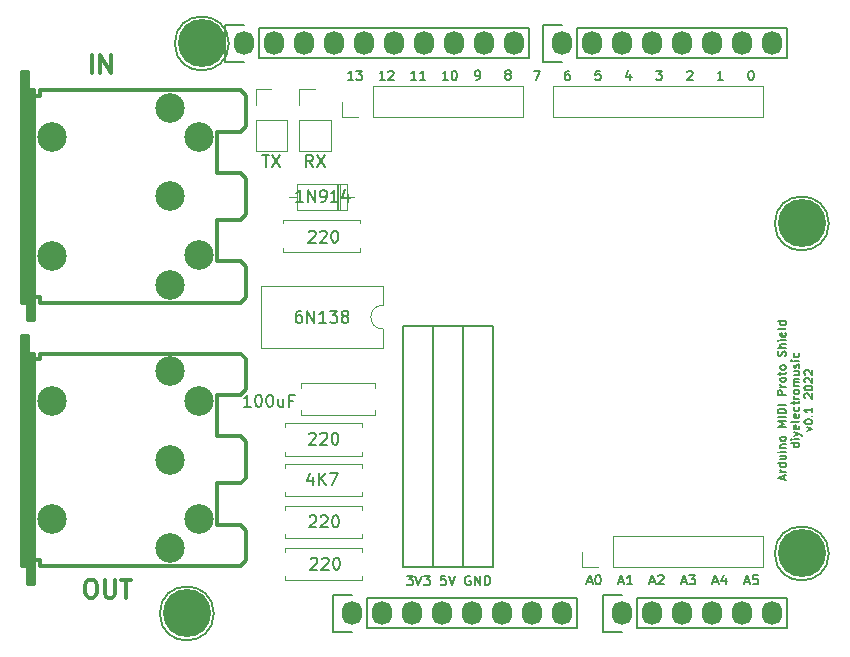
<source format=gbr>
%TF.GenerationSoftware,KiCad,Pcbnew,(6.0.5)*%
%TF.CreationDate,2022-08-29T17:14:51+01:00*%
%TF.ProjectId,ArduinoMIDIProtoShield,41726475-696e-46f4-9d49-444950726f74,rev?*%
%TF.SameCoordinates,Original*%
%TF.FileFunction,Legend,Top*%
%TF.FilePolarity,Positive*%
%FSLAX46Y46*%
G04 Gerber Fmt 4.6, Leading zero omitted, Abs format (unit mm)*
G04 Created by KiCad (PCBNEW (6.0.5)) date 2022-08-29 17:14:51*
%MOMM*%
%LPD*%
G01*
G04 APERTURE LIST*
%ADD10C,0.150000*%
%ADD11C,0.304800*%
%ADD12C,0.120000*%
%ADD13O,1.727200X2.032000*%
%ADD14C,4.064000*%
%ADD15C,2.499360*%
G04 APERTURE END LIST*
D10*
X143256000Y-119913400D02*
X145846800Y-119913400D01*
X145846800Y-119913400D02*
X145846800Y-99491800D01*
X145846800Y-99491800D02*
X143256000Y-99491800D01*
X143256000Y-99491800D02*
X143256000Y-119913400D01*
X145821400Y-119913400D02*
X148361400Y-119913400D01*
X148361400Y-119913400D02*
X148361400Y-99491800D01*
X148361400Y-99491800D02*
X145821400Y-99491800D01*
X145821400Y-99491800D02*
X145821400Y-119913400D01*
X148361400Y-119913400D02*
X150901400Y-119913400D01*
X150901400Y-119913400D02*
X150901400Y-99491800D01*
X150901400Y-99491800D02*
X148361400Y-99491800D01*
X148361400Y-99491800D02*
X148361400Y-119913400D01*
X158877904Y-121138933D02*
X159258857Y-121138933D01*
X158801714Y-121367504D02*
X159068380Y-120567504D01*
X159335047Y-121367504D01*
X159754095Y-120567504D02*
X159830285Y-120567504D01*
X159906476Y-120605600D01*
X159944571Y-120643695D01*
X159982666Y-120719885D01*
X160020761Y-120872266D01*
X160020761Y-121062742D01*
X159982666Y-121215123D01*
X159944571Y-121291314D01*
X159906476Y-121329409D01*
X159830285Y-121367504D01*
X159754095Y-121367504D01*
X159677904Y-121329409D01*
X159639809Y-121291314D01*
X159601714Y-121215123D01*
X159563619Y-121062742D01*
X159563619Y-120872266D01*
X159601714Y-120719885D01*
X159639809Y-120643695D01*
X159677904Y-120605600D01*
X159754095Y-120567504D01*
X161544571Y-121138933D02*
X161925523Y-121138933D01*
X161468380Y-121367504D02*
X161735047Y-120567504D01*
X162001714Y-121367504D01*
X162687428Y-121367504D02*
X162230285Y-121367504D01*
X162458857Y-121367504D02*
X162458857Y-120567504D01*
X162382666Y-120681790D01*
X162306476Y-120757980D01*
X162230285Y-120796076D01*
X164211238Y-121138933D02*
X164592190Y-121138933D01*
X164135047Y-121367504D02*
X164401714Y-120567504D01*
X164668380Y-121367504D01*
X164896952Y-120643695D02*
X164935047Y-120605600D01*
X165011238Y-120567504D01*
X165201714Y-120567504D01*
X165277904Y-120605600D01*
X165316000Y-120643695D01*
X165354095Y-120719885D01*
X165354095Y-120796076D01*
X165316000Y-120910361D01*
X164858857Y-121367504D01*
X165354095Y-121367504D01*
X166877904Y-121138933D02*
X167258857Y-121138933D01*
X166801714Y-121367504D02*
X167068380Y-120567504D01*
X167335047Y-121367504D01*
X167525523Y-120567504D02*
X168020761Y-120567504D01*
X167754095Y-120872266D01*
X167868380Y-120872266D01*
X167944571Y-120910361D01*
X167982666Y-120948457D01*
X168020761Y-121024647D01*
X168020761Y-121215123D01*
X167982666Y-121291314D01*
X167944571Y-121329409D01*
X167868380Y-121367504D01*
X167639809Y-121367504D01*
X167563619Y-121329409D01*
X167525523Y-121291314D01*
X169544571Y-121138933D02*
X169925523Y-121138933D01*
X169468380Y-121367504D02*
X169735047Y-120567504D01*
X170001714Y-121367504D01*
X170611238Y-120834171D02*
X170611238Y-121367504D01*
X170420761Y-120529409D02*
X170230285Y-121100838D01*
X170725523Y-121100838D01*
X172211238Y-121138933D02*
X172592190Y-121138933D01*
X172135047Y-121367504D02*
X172401714Y-120567504D01*
X172668380Y-121367504D01*
X173316000Y-120567504D02*
X172935047Y-120567504D01*
X172896952Y-120948457D01*
X172935047Y-120910361D01*
X173011238Y-120872266D01*
X173201714Y-120872266D01*
X173277904Y-120910361D01*
X173316000Y-120948457D01*
X173354095Y-121024647D01*
X173354095Y-121215123D01*
X173316000Y-121291314D01*
X173277904Y-121329409D01*
X173201714Y-121367504D01*
X173011238Y-121367504D01*
X172935047Y-121329409D01*
X172896952Y-121291314D01*
X154344266Y-77870104D02*
X154877600Y-77870104D01*
X154534742Y-78670104D01*
X157353790Y-77870104D02*
X157201409Y-77870104D01*
X157125219Y-77908200D01*
X157087123Y-77946295D01*
X157010933Y-78060580D01*
X156972838Y-78212961D01*
X156972838Y-78517723D01*
X157010933Y-78593914D01*
X157049028Y-78632009D01*
X157125219Y-78670104D01*
X157277600Y-78670104D01*
X157353790Y-78632009D01*
X157391885Y-78593914D01*
X157429980Y-78517723D01*
X157429980Y-78327247D01*
X157391885Y-78251057D01*
X157353790Y-78212961D01*
X157277600Y-78174866D01*
X157125219Y-78174866D01*
X157049028Y-78212961D01*
X157010933Y-78251057D01*
X156972838Y-78327247D01*
X159982361Y-77870104D02*
X159601409Y-77870104D01*
X159563314Y-78251057D01*
X159601409Y-78212961D01*
X159677600Y-78174866D01*
X159868076Y-78174866D01*
X159944266Y-78212961D01*
X159982361Y-78251057D01*
X160020457Y-78327247D01*
X160020457Y-78517723D01*
X159982361Y-78593914D01*
X159944266Y-78632009D01*
X159868076Y-78670104D01*
X159677600Y-78670104D01*
X159601409Y-78632009D01*
X159563314Y-78593914D01*
X162534742Y-78136771D02*
X162534742Y-78670104D01*
X162344266Y-77832009D02*
X162153790Y-78403438D01*
X162649028Y-78403438D01*
X164706171Y-77870104D02*
X165201409Y-77870104D01*
X164934742Y-78174866D01*
X165049028Y-78174866D01*
X165125219Y-78212961D01*
X165163314Y-78251057D01*
X165201409Y-78327247D01*
X165201409Y-78517723D01*
X165163314Y-78593914D01*
X165125219Y-78632009D01*
X165049028Y-78670104D01*
X164820457Y-78670104D01*
X164744266Y-78632009D01*
X164706171Y-78593914D01*
X167334742Y-77946295D02*
X167372838Y-77908200D01*
X167449028Y-77870104D01*
X167639504Y-77870104D01*
X167715695Y-77908200D01*
X167753790Y-77946295D01*
X167791885Y-78022485D01*
X167791885Y-78098676D01*
X167753790Y-78212961D01*
X167296647Y-78670104D01*
X167791885Y-78670104D01*
X170382361Y-78670104D02*
X169925219Y-78670104D01*
X170153790Y-78670104D02*
X170153790Y-77870104D01*
X170077600Y-77984390D01*
X170001409Y-78060580D01*
X169925219Y-78098676D01*
X172706171Y-77870104D02*
X172782361Y-77870104D01*
X172858552Y-77908200D01*
X172896647Y-77946295D01*
X172934742Y-78022485D01*
X172972838Y-78174866D01*
X172972838Y-78365342D01*
X172934742Y-78517723D01*
X172896647Y-78593914D01*
X172858552Y-78632009D01*
X172782361Y-78670104D01*
X172706171Y-78670104D01*
X172629980Y-78632009D01*
X172591885Y-78593914D01*
X172553790Y-78517723D01*
X172515695Y-78365342D01*
X172515695Y-78174866D01*
X172553790Y-78022485D01*
X172591885Y-77946295D01*
X172629980Y-77908200D01*
X172706171Y-77870104D01*
X139070600Y-78670104D02*
X138624885Y-78670104D01*
X138847742Y-78670104D02*
X138847742Y-77870104D01*
X138773457Y-77984390D01*
X138699171Y-78060580D01*
X138624885Y-78098676D01*
X139330600Y-77870104D02*
X139813457Y-77870104D01*
X139553457Y-78174866D01*
X139664885Y-78174866D01*
X139739171Y-78212961D01*
X139776314Y-78251057D01*
X139813457Y-78327247D01*
X139813457Y-78517723D01*
X139776314Y-78593914D01*
X139739171Y-78632009D01*
X139664885Y-78670104D01*
X139442028Y-78670104D01*
X139367742Y-78632009D01*
X139330600Y-78593914D01*
X141744885Y-78670104D02*
X141299171Y-78670104D01*
X141522028Y-78670104D02*
X141522028Y-77870104D01*
X141447742Y-77984390D01*
X141373457Y-78060580D01*
X141299171Y-78098676D01*
X142042028Y-77946295D02*
X142079171Y-77908200D01*
X142153457Y-77870104D01*
X142339171Y-77870104D01*
X142413457Y-77908200D01*
X142450600Y-77946295D01*
X142487742Y-78022485D01*
X142487742Y-78098676D01*
X142450600Y-78212961D01*
X142004885Y-78670104D01*
X142487742Y-78670104D01*
X144419171Y-78670104D02*
X143973457Y-78670104D01*
X144196314Y-78670104D02*
X144196314Y-77870104D01*
X144122028Y-77984390D01*
X144047742Y-78060580D01*
X143973457Y-78098676D01*
X145162028Y-78670104D02*
X144716314Y-78670104D01*
X144939171Y-78670104D02*
X144939171Y-77870104D01*
X144864885Y-77984390D01*
X144790600Y-78060580D01*
X144716314Y-78098676D01*
X147093457Y-78670104D02*
X146647742Y-78670104D01*
X146870600Y-78670104D02*
X146870600Y-77870104D01*
X146796314Y-77984390D01*
X146722028Y-78060580D01*
X146647742Y-78098676D01*
X147576314Y-77870104D02*
X147650600Y-77870104D01*
X147724885Y-77908200D01*
X147762028Y-77946295D01*
X147799171Y-78022485D01*
X147836314Y-78174866D01*
X147836314Y-78365342D01*
X147799171Y-78517723D01*
X147762028Y-78593914D01*
X147724885Y-78632009D01*
X147650600Y-78670104D01*
X147576314Y-78670104D01*
X147502028Y-78632009D01*
X147464885Y-78593914D01*
X147427742Y-78517723D01*
X147390600Y-78365342D01*
X147390600Y-78174866D01*
X147427742Y-78022485D01*
X147464885Y-77946295D01*
X147502028Y-77908200D01*
X147576314Y-77870104D01*
X143599342Y-120643704D02*
X144094580Y-120643704D01*
X143827914Y-120948466D01*
X143942200Y-120948466D01*
X144018390Y-120986561D01*
X144056485Y-121024657D01*
X144094580Y-121100847D01*
X144094580Y-121291323D01*
X144056485Y-121367514D01*
X144018390Y-121405609D01*
X143942200Y-121443704D01*
X143713628Y-121443704D01*
X143637438Y-121405609D01*
X143599342Y-121367514D01*
X144323152Y-120643704D02*
X144589819Y-121443704D01*
X144856485Y-120643704D01*
X145046961Y-120643704D02*
X145542200Y-120643704D01*
X145275533Y-120948466D01*
X145389819Y-120948466D01*
X145466009Y-120986561D01*
X145504104Y-121024657D01*
X145542200Y-121100847D01*
X145542200Y-121291323D01*
X145504104Y-121367514D01*
X145466009Y-121405609D01*
X145389819Y-121443704D01*
X145161247Y-121443704D01*
X145085057Y-121405609D01*
X145046961Y-121367514D01*
X146875533Y-120643704D02*
X146494580Y-120643704D01*
X146456485Y-121024657D01*
X146494580Y-120986561D01*
X146570771Y-120948466D01*
X146761247Y-120948466D01*
X146837438Y-120986561D01*
X146875533Y-121024657D01*
X146913628Y-121100847D01*
X146913628Y-121291323D01*
X146875533Y-121367514D01*
X146837438Y-121405609D01*
X146761247Y-121443704D01*
X146570771Y-121443704D01*
X146494580Y-121405609D01*
X146456485Y-121367514D01*
X147142200Y-120643704D02*
X147408866Y-121443704D01*
X147675533Y-120643704D01*
X148970771Y-120681800D02*
X148894580Y-120643704D01*
X148780295Y-120643704D01*
X148666009Y-120681800D01*
X148589819Y-120757990D01*
X148551723Y-120834180D01*
X148513628Y-120986561D01*
X148513628Y-121100847D01*
X148551723Y-121253228D01*
X148589819Y-121329419D01*
X148666009Y-121405609D01*
X148780295Y-121443704D01*
X148856485Y-121443704D01*
X148970771Y-121405609D01*
X149008866Y-121367514D01*
X149008866Y-121100847D01*
X148856485Y-121100847D01*
X149351723Y-121443704D02*
X149351723Y-120643704D01*
X149808866Y-121443704D01*
X149808866Y-120643704D01*
X150189819Y-121443704D02*
X150189819Y-120643704D01*
X150380295Y-120643704D01*
X150494580Y-120681800D01*
X150570771Y-120757990D01*
X150608866Y-120834180D01*
X150646961Y-120986561D01*
X150646961Y-121100847D01*
X150608866Y-121253228D01*
X150570771Y-121329419D01*
X150494580Y-121405609D01*
X150380295Y-121443704D01*
X150189819Y-121443704D01*
X149428380Y-78644704D02*
X149580761Y-78644704D01*
X149656952Y-78606609D01*
X149695047Y-78568514D01*
X149771238Y-78454228D01*
X149809333Y-78301847D01*
X149809333Y-77997085D01*
X149771238Y-77920895D01*
X149733142Y-77882800D01*
X149656952Y-77844704D01*
X149504571Y-77844704D01*
X149428380Y-77882800D01*
X149390285Y-77920895D01*
X149352190Y-77997085D01*
X149352190Y-78187561D01*
X149390285Y-78263752D01*
X149428380Y-78301847D01*
X149504571Y-78339942D01*
X149656952Y-78339942D01*
X149733142Y-78301847D01*
X149771238Y-78263752D01*
X149809333Y-78187561D01*
X152095047Y-78187561D02*
X152018857Y-78149466D01*
X151980761Y-78111371D01*
X151942666Y-78035180D01*
X151942666Y-77997085D01*
X151980761Y-77920895D01*
X152018857Y-77882800D01*
X152095047Y-77844704D01*
X152247428Y-77844704D01*
X152323619Y-77882800D01*
X152361714Y-77920895D01*
X152399809Y-77997085D01*
X152399809Y-78035180D01*
X152361714Y-78111371D01*
X152323619Y-78149466D01*
X152247428Y-78187561D01*
X152095047Y-78187561D01*
X152018857Y-78225657D01*
X151980761Y-78263752D01*
X151942666Y-78339942D01*
X151942666Y-78492323D01*
X151980761Y-78568514D01*
X152018857Y-78606609D01*
X152095047Y-78644704D01*
X152247428Y-78644704D01*
X152323619Y-78606609D01*
X152361714Y-78568514D01*
X152399809Y-78492323D01*
X152399809Y-78339942D01*
X152361714Y-78263752D01*
X152323619Y-78225657D01*
X152247428Y-78187561D01*
X175494266Y-112482266D02*
X175494266Y-112148933D01*
X175694266Y-112548933D02*
X174994266Y-112315600D01*
X175694266Y-112082266D01*
X175694266Y-111848933D02*
X175227600Y-111848933D01*
X175360933Y-111848933D02*
X175294266Y-111815600D01*
X175260933Y-111782266D01*
X175227600Y-111715600D01*
X175227600Y-111648933D01*
X175694266Y-111115600D02*
X174994266Y-111115600D01*
X175660933Y-111115600D02*
X175694266Y-111182266D01*
X175694266Y-111315600D01*
X175660933Y-111382266D01*
X175627600Y-111415600D01*
X175560933Y-111448933D01*
X175360933Y-111448933D01*
X175294266Y-111415600D01*
X175260933Y-111382266D01*
X175227600Y-111315600D01*
X175227600Y-111182266D01*
X175260933Y-111115600D01*
X175227600Y-110482266D02*
X175694266Y-110482266D01*
X175227600Y-110782266D02*
X175594266Y-110782266D01*
X175660933Y-110748933D01*
X175694266Y-110682266D01*
X175694266Y-110582266D01*
X175660933Y-110515600D01*
X175627600Y-110482266D01*
X175694266Y-110148933D02*
X175227600Y-110148933D01*
X174994266Y-110148933D02*
X175027600Y-110182266D01*
X175060933Y-110148933D01*
X175027600Y-110115600D01*
X174994266Y-110148933D01*
X175060933Y-110148933D01*
X175227600Y-109815600D02*
X175694266Y-109815600D01*
X175294266Y-109815600D02*
X175260933Y-109782266D01*
X175227600Y-109715600D01*
X175227600Y-109615600D01*
X175260933Y-109548933D01*
X175327600Y-109515600D01*
X175694266Y-109515600D01*
X175694266Y-109082266D02*
X175660933Y-109148933D01*
X175627600Y-109182266D01*
X175560933Y-109215600D01*
X175360933Y-109215600D01*
X175294266Y-109182266D01*
X175260933Y-109148933D01*
X175227600Y-109082266D01*
X175227600Y-108982266D01*
X175260933Y-108915600D01*
X175294266Y-108882266D01*
X175360933Y-108848933D01*
X175560933Y-108848933D01*
X175627600Y-108882266D01*
X175660933Y-108915600D01*
X175694266Y-108982266D01*
X175694266Y-109082266D01*
X175694266Y-108015600D02*
X174994266Y-108015600D01*
X175494266Y-107782266D01*
X174994266Y-107548933D01*
X175694266Y-107548933D01*
X175694266Y-107215600D02*
X174994266Y-107215600D01*
X175694266Y-106882266D02*
X174994266Y-106882266D01*
X174994266Y-106715600D01*
X175027600Y-106615600D01*
X175094266Y-106548933D01*
X175160933Y-106515600D01*
X175294266Y-106482266D01*
X175394266Y-106482266D01*
X175527600Y-106515600D01*
X175594266Y-106548933D01*
X175660933Y-106615600D01*
X175694266Y-106715600D01*
X175694266Y-106882266D01*
X175694266Y-106182266D02*
X174994266Y-106182266D01*
X175694266Y-105315600D02*
X174994266Y-105315600D01*
X174994266Y-105048933D01*
X175027600Y-104982266D01*
X175060933Y-104948933D01*
X175127600Y-104915600D01*
X175227600Y-104915600D01*
X175294266Y-104948933D01*
X175327600Y-104982266D01*
X175360933Y-105048933D01*
X175360933Y-105315600D01*
X175694266Y-104615600D02*
X175227600Y-104615600D01*
X175360933Y-104615600D02*
X175294266Y-104582266D01*
X175260933Y-104548933D01*
X175227600Y-104482266D01*
X175227600Y-104415600D01*
X175694266Y-104082266D02*
X175660933Y-104148933D01*
X175627600Y-104182266D01*
X175560933Y-104215600D01*
X175360933Y-104215600D01*
X175294266Y-104182266D01*
X175260933Y-104148933D01*
X175227600Y-104082266D01*
X175227600Y-103982266D01*
X175260933Y-103915600D01*
X175294266Y-103882266D01*
X175360933Y-103848933D01*
X175560933Y-103848933D01*
X175627600Y-103882266D01*
X175660933Y-103915600D01*
X175694266Y-103982266D01*
X175694266Y-104082266D01*
X175227600Y-103648933D02*
X175227600Y-103382266D01*
X174994266Y-103548933D02*
X175594266Y-103548933D01*
X175660933Y-103515600D01*
X175694266Y-103448933D01*
X175694266Y-103382266D01*
X175694266Y-103048933D02*
X175660933Y-103115600D01*
X175627600Y-103148933D01*
X175560933Y-103182266D01*
X175360933Y-103182266D01*
X175294266Y-103148933D01*
X175260933Y-103115600D01*
X175227600Y-103048933D01*
X175227600Y-102948933D01*
X175260933Y-102882266D01*
X175294266Y-102848933D01*
X175360933Y-102815600D01*
X175560933Y-102815600D01*
X175627600Y-102848933D01*
X175660933Y-102882266D01*
X175694266Y-102948933D01*
X175694266Y-103048933D01*
X175660933Y-102015600D02*
X175694266Y-101915600D01*
X175694266Y-101748933D01*
X175660933Y-101682266D01*
X175627600Y-101648933D01*
X175560933Y-101615600D01*
X175494266Y-101615600D01*
X175427600Y-101648933D01*
X175394266Y-101682266D01*
X175360933Y-101748933D01*
X175327600Y-101882266D01*
X175294266Y-101948933D01*
X175260933Y-101982266D01*
X175194266Y-102015600D01*
X175127600Y-102015600D01*
X175060933Y-101982266D01*
X175027600Y-101948933D01*
X174994266Y-101882266D01*
X174994266Y-101715600D01*
X175027600Y-101615600D01*
X175694266Y-101315600D02*
X174994266Y-101315600D01*
X175694266Y-101015600D02*
X175327600Y-101015600D01*
X175260933Y-101048933D01*
X175227600Y-101115600D01*
X175227600Y-101215600D01*
X175260933Y-101282266D01*
X175294266Y-101315600D01*
X175694266Y-100682266D02*
X175227600Y-100682266D01*
X174994266Y-100682266D02*
X175027600Y-100715600D01*
X175060933Y-100682266D01*
X175027600Y-100648933D01*
X174994266Y-100682266D01*
X175060933Y-100682266D01*
X175660933Y-100082266D02*
X175694266Y-100148933D01*
X175694266Y-100282266D01*
X175660933Y-100348933D01*
X175594266Y-100382266D01*
X175327600Y-100382266D01*
X175260933Y-100348933D01*
X175227600Y-100282266D01*
X175227600Y-100148933D01*
X175260933Y-100082266D01*
X175327600Y-100048933D01*
X175394266Y-100048933D01*
X175460933Y-100382266D01*
X175694266Y-99648933D02*
X175660933Y-99715600D01*
X175594266Y-99748933D01*
X174994266Y-99748933D01*
X175694266Y-99082266D02*
X174994266Y-99082266D01*
X175660933Y-99082266D02*
X175694266Y-99148933D01*
X175694266Y-99282266D01*
X175660933Y-99348933D01*
X175627600Y-99382266D01*
X175560933Y-99415600D01*
X175360933Y-99415600D01*
X175294266Y-99382266D01*
X175260933Y-99348933D01*
X175227600Y-99282266D01*
X175227600Y-99148933D01*
X175260933Y-99082266D01*
X176821266Y-109398933D02*
X176121266Y-109398933D01*
X176787933Y-109398933D02*
X176821266Y-109465600D01*
X176821266Y-109598933D01*
X176787933Y-109665600D01*
X176754600Y-109698933D01*
X176687933Y-109732266D01*
X176487933Y-109732266D01*
X176421266Y-109698933D01*
X176387933Y-109665600D01*
X176354600Y-109598933D01*
X176354600Y-109465600D01*
X176387933Y-109398933D01*
X176821266Y-109065600D02*
X176354600Y-109065600D01*
X176121266Y-109065600D02*
X176154600Y-109098933D01*
X176187933Y-109065600D01*
X176154600Y-109032266D01*
X176121266Y-109065600D01*
X176187933Y-109065600D01*
X176354600Y-108798933D02*
X176821266Y-108632266D01*
X176354600Y-108465600D02*
X176821266Y-108632266D01*
X176987933Y-108698933D01*
X177021266Y-108732266D01*
X177054600Y-108798933D01*
X176787933Y-107932266D02*
X176821266Y-107998933D01*
X176821266Y-108132266D01*
X176787933Y-108198933D01*
X176721266Y-108232266D01*
X176454600Y-108232266D01*
X176387933Y-108198933D01*
X176354600Y-108132266D01*
X176354600Y-107998933D01*
X176387933Y-107932266D01*
X176454600Y-107898933D01*
X176521266Y-107898933D01*
X176587933Y-108232266D01*
X176821266Y-107498933D02*
X176787933Y-107565600D01*
X176721266Y-107598933D01*
X176121266Y-107598933D01*
X176787933Y-106965600D02*
X176821266Y-107032266D01*
X176821266Y-107165600D01*
X176787933Y-107232266D01*
X176721266Y-107265600D01*
X176454600Y-107265600D01*
X176387933Y-107232266D01*
X176354600Y-107165600D01*
X176354600Y-107032266D01*
X176387933Y-106965600D01*
X176454600Y-106932266D01*
X176521266Y-106932266D01*
X176587933Y-107265600D01*
X176787933Y-106332266D02*
X176821266Y-106398933D01*
X176821266Y-106532266D01*
X176787933Y-106598933D01*
X176754600Y-106632266D01*
X176687933Y-106665600D01*
X176487933Y-106665600D01*
X176421266Y-106632266D01*
X176387933Y-106598933D01*
X176354600Y-106532266D01*
X176354600Y-106398933D01*
X176387933Y-106332266D01*
X176354600Y-106132266D02*
X176354600Y-105865600D01*
X176121266Y-106032266D02*
X176721266Y-106032266D01*
X176787933Y-105998933D01*
X176821266Y-105932266D01*
X176821266Y-105865600D01*
X176821266Y-105632266D02*
X176354600Y-105632266D01*
X176487933Y-105632266D02*
X176421266Y-105598933D01*
X176387933Y-105565600D01*
X176354600Y-105498933D01*
X176354600Y-105432266D01*
X176821266Y-105098933D02*
X176787933Y-105165600D01*
X176754600Y-105198933D01*
X176687933Y-105232266D01*
X176487933Y-105232266D01*
X176421266Y-105198933D01*
X176387933Y-105165600D01*
X176354600Y-105098933D01*
X176354600Y-104998933D01*
X176387933Y-104932266D01*
X176421266Y-104898933D01*
X176487933Y-104865600D01*
X176687933Y-104865600D01*
X176754600Y-104898933D01*
X176787933Y-104932266D01*
X176821266Y-104998933D01*
X176821266Y-105098933D01*
X176821266Y-104565600D02*
X176354600Y-104565600D01*
X176421266Y-104565600D02*
X176387933Y-104532266D01*
X176354600Y-104465600D01*
X176354600Y-104365600D01*
X176387933Y-104298933D01*
X176454600Y-104265600D01*
X176821266Y-104265600D01*
X176454600Y-104265600D02*
X176387933Y-104232266D01*
X176354600Y-104165600D01*
X176354600Y-104065600D01*
X176387933Y-103998933D01*
X176454600Y-103965600D01*
X176821266Y-103965600D01*
X176354600Y-103332266D02*
X176821266Y-103332266D01*
X176354600Y-103632266D02*
X176721266Y-103632266D01*
X176787933Y-103598933D01*
X176821266Y-103532266D01*
X176821266Y-103432266D01*
X176787933Y-103365600D01*
X176754600Y-103332266D01*
X176787933Y-103032266D02*
X176821266Y-102965600D01*
X176821266Y-102832266D01*
X176787933Y-102765600D01*
X176721266Y-102732266D01*
X176687933Y-102732266D01*
X176621266Y-102765600D01*
X176587933Y-102832266D01*
X176587933Y-102932266D01*
X176554600Y-102998933D01*
X176487933Y-103032266D01*
X176454600Y-103032266D01*
X176387933Y-102998933D01*
X176354600Y-102932266D01*
X176354600Y-102832266D01*
X176387933Y-102765600D01*
X176821266Y-102432266D02*
X176354600Y-102432266D01*
X176121266Y-102432266D02*
X176154600Y-102465600D01*
X176187933Y-102432266D01*
X176154600Y-102398933D01*
X176121266Y-102432266D01*
X176187933Y-102432266D01*
X176787933Y-101798933D02*
X176821266Y-101865600D01*
X176821266Y-101998933D01*
X176787933Y-102065600D01*
X176754600Y-102098933D01*
X176687933Y-102132266D01*
X176487933Y-102132266D01*
X176421266Y-102098933D01*
X176387933Y-102065600D01*
X176354600Y-101998933D01*
X176354600Y-101865600D01*
X176387933Y-101798933D01*
X177481600Y-108365600D02*
X177948266Y-108198933D01*
X177481600Y-108032266D01*
X177248266Y-107632266D02*
X177248266Y-107565600D01*
X177281600Y-107498933D01*
X177314933Y-107465600D01*
X177381600Y-107432266D01*
X177514933Y-107398933D01*
X177681600Y-107398933D01*
X177814933Y-107432266D01*
X177881600Y-107465600D01*
X177914933Y-107498933D01*
X177948266Y-107565600D01*
X177948266Y-107632266D01*
X177914933Y-107698933D01*
X177881600Y-107732266D01*
X177814933Y-107765600D01*
X177681600Y-107798933D01*
X177514933Y-107798933D01*
X177381600Y-107765600D01*
X177314933Y-107732266D01*
X177281600Y-107698933D01*
X177248266Y-107632266D01*
X177881600Y-107098933D02*
X177914933Y-107065600D01*
X177948266Y-107098933D01*
X177914933Y-107132266D01*
X177881600Y-107098933D01*
X177948266Y-107098933D01*
X177948266Y-106398933D02*
X177948266Y-106798933D01*
X177948266Y-106598933D02*
X177248266Y-106598933D01*
X177348266Y-106665600D01*
X177414933Y-106732266D01*
X177448266Y-106798933D01*
X177314933Y-105598933D02*
X177281600Y-105565600D01*
X177248266Y-105498933D01*
X177248266Y-105332266D01*
X177281600Y-105265600D01*
X177314933Y-105232266D01*
X177381600Y-105198933D01*
X177448266Y-105198933D01*
X177548266Y-105232266D01*
X177948266Y-105632266D01*
X177948266Y-105198933D01*
X177248266Y-104765600D02*
X177248266Y-104698933D01*
X177281600Y-104632266D01*
X177314933Y-104598933D01*
X177381600Y-104565600D01*
X177514933Y-104532266D01*
X177681600Y-104532266D01*
X177814933Y-104565600D01*
X177881600Y-104598933D01*
X177914933Y-104632266D01*
X177948266Y-104698933D01*
X177948266Y-104765600D01*
X177914933Y-104832266D01*
X177881600Y-104865600D01*
X177814933Y-104898933D01*
X177681600Y-104932266D01*
X177514933Y-104932266D01*
X177381600Y-104898933D01*
X177314933Y-104865600D01*
X177281600Y-104832266D01*
X177248266Y-104765600D01*
X177314933Y-104265600D02*
X177281600Y-104232266D01*
X177248266Y-104165600D01*
X177248266Y-103998933D01*
X177281600Y-103932266D01*
X177314933Y-103898933D01*
X177381600Y-103865600D01*
X177448266Y-103865600D01*
X177548266Y-103898933D01*
X177948266Y-104298933D01*
X177948266Y-103865600D01*
X177314933Y-103598933D02*
X177281600Y-103565600D01*
X177248266Y-103498933D01*
X177248266Y-103332266D01*
X177281600Y-103265600D01*
X177314933Y-103232266D01*
X177381600Y-103198933D01*
X177448266Y-103198933D01*
X177548266Y-103232266D01*
X177948266Y-103632266D01*
X177948266Y-103198933D01*
%TO.C,U1*%
X134661495Y-98207580D02*
X134471019Y-98207580D01*
X134375780Y-98255200D01*
X134328161Y-98302819D01*
X134232923Y-98445676D01*
X134185304Y-98636152D01*
X134185304Y-99017104D01*
X134232923Y-99112342D01*
X134280542Y-99159961D01*
X134375780Y-99207580D01*
X134566257Y-99207580D01*
X134661495Y-99159961D01*
X134709114Y-99112342D01*
X134756733Y-99017104D01*
X134756733Y-98779009D01*
X134709114Y-98683771D01*
X134661495Y-98636152D01*
X134566257Y-98588533D01*
X134375780Y-98588533D01*
X134280542Y-98636152D01*
X134232923Y-98683771D01*
X134185304Y-98779009D01*
X135185304Y-99207580D02*
X135185304Y-98207580D01*
X135756733Y-99207580D01*
X135756733Y-98207580D01*
X136756733Y-99207580D02*
X136185304Y-99207580D01*
X136471019Y-99207580D02*
X136471019Y-98207580D01*
X136375780Y-98350438D01*
X136280542Y-98445676D01*
X136185304Y-98493295D01*
X137090066Y-98207580D02*
X137709114Y-98207580D01*
X137375780Y-98588533D01*
X137518638Y-98588533D01*
X137613876Y-98636152D01*
X137661495Y-98683771D01*
X137709114Y-98779009D01*
X137709114Y-99017104D01*
X137661495Y-99112342D01*
X137613876Y-99159961D01*
X137518638Y-99207580D01*
X137232923Y-99207580D01*
X137137685Y-99159961D01*
X137090066Y-99112342D01*
X138280542Y-98636152D02*
X138185304Y-98588533D01*
X138137685Y-98540914D01*
X138090066Y-98445676D01*
X138090066Y-98398057D01*
X138137685Y-98302819D01*
X138185304Y-98255200D01*
X138280542Y-98207580D01*
X138471019Y-98207580D01*
X138566257Y-98255200D01*
X138613876Y-98302819D01*
X138661495Y-98398057D01*
X138661495Y-98445676D01*
X138613876Y-98540914D01*
X138566257Y-98588533D01*
X138471019Y-98636152D01*
X138280542Y-98636152D01*
X138185304Y-98683771D01*
X138137685Y-98731390D01*
X138090066Y-98826628D01*
X138090066Y-99017104D01*
X138137685Y-99112342D01*
X138185304Y-99159961D01*
X138280542Y-99207580D01*
X138471019Y-99207580D01*
X138566257Y-99159961D01*
X138613876Y-99112342D01*
X138661495Y-99017104D01*
X138661495Y-98826628D01*
X138613876Y-98731390D01*
X138566257Y-98683771D01*
X138471019Y-98636152D01*
%TO.C,*%
%TO.C,J6*%
X135647133Y-86019980D02*
X135313800Y-85543790D01*
X135075704Y-86019980D02*
X135075704Y-85019980D01*
X135456657Y-85019980D01*
X135551895Y-85067600D01*
X135599514Y-85115219D01*
X135647133Y-85210457D01*
X135647133Y-85353314D01*
X135599514Y-85448552D01*
X135551895Y-85496171D01*
X135456657Y-85543790D01*
X135075704Y-85543790D01*
X135980466Y-85019980D02*
X136647133Y-86019980D01*
X136647133Y-85019980D02*
X135980466Y-86019980D01*
%TO.C,*%
%TO.C,R3*%
X135312304Y-91521019D02*
X135359923Y-91473400D01*
X135455161Y-91425780D01*
X135693257Y-91425780D01*
X135788495Y-91473400D01*
X135836114Y-91521019D01*
X135883733Y-91616257D01*
X135883733Y-91711495D01*
X135836114Y-91854352D01*
X135264685Y-92425780D01*
X135883733Y-92425780D01*
X136264685Y-91521019D02*
X136312304Y-91473400D01*
X136407542Y-91425780D01*
X136645638Y-91425780D01*
X136740876Y-91473400D01*
X136788495Y-91521019D01*
X136836114Y-91616257D01*
X136836114Y-91711495D01*
X136788495Y-91854352D01*
X136217066Y-92425780D01*
X136836114Y-92425780D01*
X137455161Y-91425780D02*
X137550400Y-91425780D01*
X137645638Y-91473400D01*
X137693257Y-91521019D01*
X137740876Y-91616257D01*
X137788495Y-91806733D01*
X137788495Y-92044828D01*
X137740876Y-92235304D01*
X137693257Y-92330542D01*
X137645638Y-92378161D01*
X137550400Y-92425780D01*
X137455161Y-92425780D01*
X137359923Y-92378161D01*
X137312304Y-92330542D01*
X137264685Y-92235304D01*
X137217066Y-92044828D01*
X137217066Y-91806733D01*
X137264685Y-91616257D01*
X137312304Y-91521019D01*
X137359923Y-91473400D01*
X137455161Y-91425780D01*
%TO.C,*%
%TO.C,R5*%
X135337704Y-108615219D02*
X135385323Y-108567600D01*
X135480561Y-108519980D01*
X135718657Y-108519980D01*
X135813895Y-108567600D01*
X135861514Y-108615219D01*
X135909133Y-108710457D01*
X135909133Y-108805695D01*
X135861514Y-108948552D01*
X135290085Y-109519980D01*
X135909133Y-109519980D01*
X136290085Y-108615219D02*
X136337704Y-108567600D01*
X136432942Y-108519980D01*
X136671038Y-108519980D01*
X136766276Y-108567600D01*
X136813895Y-108615219D01*
X136861514Y-108710457D01*
X136861514Y-108805695D01*
X136813895Y-108948552D01*
X136242466Y-109519980D01*
X136861514Y-109519980D01*
X137480561Y-108519980D02*
X137575800Y-108519980D01*
X137671038Y-108567600D01*
X137718657Y-108615219D01*
X137766276Y-108710457D01*
X137813895Y-108900933D01*
X137813895Y-109139028D01*
X137766276Y-109329504D01*
X137718657Y-109424742D01*
X137671038Y-109472361D01*
X137575800Y-109519980D01*
X137480561Y-109519980D01*
X137385323Y-109472361D01*
X137337704Y-109424742D01*
X137290085Y-109329504D01*
X137242466Y-109139028D01*
X137242466Y-108900933D01*
X137290085Y-108710457D01*
X137337704Y-108615219D01*
X137385323Y-108567600D01*
X137480561Y-108519980D01*
%TO.C,*%
%TO.C,D1*%
X134807533Y-88971380D02*
X134236104Y-88971380D01*
X134521819Y-88971380D02*
X134521819Y-87971380D01*
X134426580Y-88114238D01*
X134331342Y-88209476D01*
X134236104Y-88257095D01*
X135236104Y-88971380D02*
X135236104Y-87971380D01*
X135807533Y-88971380D01*
X135807533Y-87971380D01*
X136331342Y-88971380D02*
X136521819Y-88971380D01*
X136617057Y-88923761D01*
X136664676Y-88876142D01*
X136759914Y-88733285D01*
X136807533Y-88542809D01*
X136807533Y-88161857D01*
X136759914Y-88066619D01*
X136712295Y-88019000D01*
X136617057Y-87971380D01*
X136426580Y-87971380D01*
X136331342Y-88019000D01*
X136283723Y-88066619D01*
X136236104Y-88161857D01*
X136236104Y-88399952D01*
X136283723Y-88495190D01*
X136331342Y-88542809D01*
X136426580Y-88590428D01*
X136617057Y-88590428D01*
X136712295Y-88542809D01*
X136759914Y-88495190D01*
X136807533Y-88399952D01*
X137759914Y-88971380D02*
X137188485Y-88971380D01*
X137474200Y-88971380D02*
X137474200Y-87971380D01*
X137378961Y-88114238D01*
X137283723Y-88209476D01*
X137188485Y-88257095D01*
X138617057Y-88304714D02*
X138617057Y-88971380D01*
X138378961Y-87923761D02*
X138140866Y-88638047D01*
X138759914Y-88638047D01*
%TO.C,*%
%TO.C,R4*%
X135637685Y-112307714D02*
X135637685Y-112974380D01*
X135399590Y-111926761D02*
X135161495Y-112641047D01*
X135780542Y-112641047D01*
X136161495Y-112974380D02*
X136161495Y-111974380D01*
X136732923Y-112974380D02*
X136304352Y-112402952D01*
X136732923Y-111974380D02*
X136161495Y-112545809D01*
X137066257Y-111974380D02*
X137732923Y-111974380D01*
X137304352Y-112974380D01*
%TO.C,*%
%TO.C,C1*%
X130379980Y-106319580D02*
X129808552Y-106319580D01*
X130094266Y-106319580D02*
X130094266Y-105319580D01*
X129999028Y-105462438D01*
X129903790Y-105557676D01*
X129808552Y-105605295D01*
X130999028Y-105319580D02*
X131094266Y-105319580D01*
X131189504Y-105367200D01*
X131237123Y-105414819D01*
X131284742Y-105510057D01*
X131332361Y-105700533D01*
X131332361Y-105938628D01*
X131284742Y-106129104D01*
X131237123Y-106224342D01*
X131189504Y-106271961D01*
X131094266Y-106319580D01*
X130999028Y-106319580D01*
X130903790Y-106271961D01*
X130856171Y-106224342D01*
X130808552Y-106129104D01*
X130760933Y-105938628D01*
X130760933Y-105700533D01*
X130808552Y-105510057D01*
X130856171Y-105414819D01*
X130903790Y-105367200D01*
X130999028Y-105319580D01*
X131951409Y-105319580D02*
X132046647Y-105319580D01*
X132141885Y-105367200D01*
X132189504Y-105414819D01*
X132237123Y-105510057D01*
X132284742Y-105700533D01*
X132284742Y-105938628D01*
X132237123Y-106129104D01*
X132189504Y-106224342D01*
X132141885Y-106271961D01*
X132046647Y-106319580D01*
X131951409Y-106319580D01*
X131856171Y-106271961D01*
X131808552Y-106224342D01*
X131760933Y-106129104D01*
X131713314Y-105938628D01*
X131713314Y-105700533D01*
X131760933Y-105510057D01*
X131808552Y-105414819D01*
X131856171Y-105367200D01*
X131951409Y-105319580D01*
X133141885Y-105652914D02*
X133141885Y-106319580D01*
X132713314Y-105652914D02*
X132713314Y-106176723D01*
X132760933Y-106271961D01*
X132856171Y-106319580D01*
X132999028Y-106319580D01*
X133094266Y-106271961D01*
X133141885Y-106224342D01*
X133951409Y-105795771D02*
X133618076Y-105795771D01*
X133618076Y-106319580D02*
X133618076Y-105319580D01*
X134094266Y-105319580D01*
%TO.C,*%
D11*
%TO.C,IN1*%
X116930714Y-78032428D02*
X116930714Y-76508428D01*
X117656428Y-78032428D02*
X117656428Y-76508428D01*
X118527285Y-78032428D01*
X118527285Y-76508428D01*
D10*
%TO.C,*%
D11*
%TO.C,OUT1*%
X116713000Y-120958428D02*
X117003285Y-120958428D01*
X117148428Y-121031000D01*
X117293571Y-121176142D01*
X117366142Y-121466428D01*
X117366142Y-121974428D01*
X117293571Y-122264714D01*
X117148428Y-122409857D01*
X117003285Y-122482428D01*
X116713000Y-122482428D01*
X116567857Y-122409857D01*
X116422714Y-122264714D01*
X116350142Y-121974428D01*
X116350142Y-121466428D01*
X116422714Y-121176142D01*
X116567857Y-121031000D01*
X116713000Y-120958428D01*
X118019285Y-120958428D02*
X118019285Y-122192142D01*
X118091857Y-122337285D01*
X118164428Y-122409857D01*
X118309571Y-122482428D01*
X118599857Y-122482428D01*
X118745000Y-122409857D01*
X118817571Y-122337285D01*
X118890142Y-122192142D01*
X118890142Y-120958428D01*
X119398142Y-120958428D02*
X120269000Y-120958428D01*
X119833571Y-122482428D02*
X119833571Y-120958428D01*
D10*
%TO.C,*%
%TO.C,R1*%
X135464704Y-119207019D02*
X135512323Y-119159400D01*
X135607561Y-119111780D01*
X135845657Y-119111780D01*
X135940895Y-119159400D01*
X135988514Y-119207019D01*
X136036133Y-119302257D01*
X136036133Y-119397495D01*
X135988514Y-119540352D01*
X135417085Y-120111780D01*
X136036133Y-120111780D01*
X136417085Y-119207019D02*
X136464704Y-119159400D01*
X136559942Y-119111780D01*
X136798038Y-119111780D01*
X136893276Y-119159400D01*
X136940895Y-119207019D01*
X136988514Y-119302257D01*
X136988514Y-119397495D01*
X136940895Y-119540352D01*
X136369466Y-120111780D01*
X136988514Y-120111780D01*
X137607561Y-119111780D02*
X137702800Y-119111780D01*
X137798038Y-119159400D01*
X137845657Y-119207019D01*
X137893276Y-119302257D01*
X137940895Y-119492733D01*
X137940895Y-119730828D01*
X137893276Y-119921304D01*
X137845657Y-120016542D01*
X137798038Y-120064161D01*
X137702800Y-120111780D01*
X137607561Y-120111780D01*
X137512323Y-120064161D01*
X137464704Y-120016542D01*
X137417085Y-119921304D01*
X137369466Y-119730828D01*
X137369466Y-119492733D01*
X137417085Y-119302257D01*
X137464704Y-119207019D01*
X137512323Y-119159400D01*
X137607561Y-119111780D01*
%TO.C,*%
%TO.C,R2*%
X135363104Y-115625619D02*
X135410723Y-115578000D01*
X135505961Y-115530380D01*
X135744057Y-115530380D01*
X135839295Y-115578000D01*
X135886914Y-115625619D01*
X135934533Y-115720857D01*
X135934533Y-115816095D01*
X135886914Y-115958952D01*
X135315485Y-116530380D01*
X135934533Y-116530380D01*
X136315485Y-115625619D02*
X136363104Y-115578000D01*
X136458342Y-115530380D01*
X136696438Y-115530380D01*
X136791676Y-115578000D01*
X136839295Y-115625619D01*
X136886914Y-115720857D01*
X136886914Y-115816095D01*
X136839295Y-115958952D01*
X136267866Y-116530380D01*
X136886914Y-116530380D01*
X137505961Y-115530380D02*
X137601200Y-115530380D01*
X137696438Y-115578000D01*
X137744057Y-115625619D01*
X137791676Y-115720857D01*
X137839295Y-115911333D01*
X137839295Y-116149428D01*
X137791676Y-116339904D01*
X137744057Y-116435142D01*
X137696438Y-116482761D01*
X137601200Y-116530380D01*
X137505961Y-116530380D01*
X137410723Y-116482761D01*
X137363104Y-116435142D01*
X137315485Y-116339904D01*
X137267866Y-116149428D01*
X137267866Y-115911333D01*
X137315485Y-115720857D01*
X137363104Y-115625619D01*
X137410723Y-115578000D01*
X137505961Y-115530380D01*
%TO.C,*%
%TO.C,J5*%
X131368895Y-84994580D02*
X131940323Y-84994580D01*
X131654609Y-85994580D02*
X131654609Y-84994580D01*
X132178419Y-84994580D02*
X132845085Y-85994580D01*
X132845085Y-84994580D02*
X132178419Y-85994580D01*
%TO.C,*%
D12*
%TO.C,J4*%
X155956000Y-79162600D02*
X173796000Y-79162600D01*
X173796000Y-81822600D02*
X173796000Y-79162600D01*
X155956000Y-81822600D02*
X155956000Y-79162600D01*
X155956000Y-81822600D02*
X173796000Y-81822600D01*
%TO.C,U1*%
X141553400Y-101389800D02*
X141553400Y-99739800D01*
X141553400Y-96089800D02*
X131273400Y-96089800D01*
X131273400Y-101389800D02*
X141553400Y-101389800D01*
X141553400Y-97739800D02*
X141553400Y-96089800D01*
X131273400Y-96089800D02*
X131273400Y-101389800D01*
X141553400Y-97739800D02*
G75*
G03*
X141553400Y-99739800I0J-1000000D01*
G01*
D10*
%TO.C,P1*%
X157988000Y-125095000D02*
X157988000Y-122555000D01*
X140208000Y-125095000D02*
X157988000Y-125095000D01*
X157988000Y-122555000D02*
X140208000Y-122555000D01*
X138938000Y-122275000D02*
X137388000Y-122275000D01*
X137388000Y-122275000D02*
X137388000Y-125375000D01*
X137388000Y-125375000D02*
X138938000Y-125375000D01*
X140208000Y-125095000D02*
X140208000Y-122555000D01*
%TO.C,P2*%
X163068000Y-125095000D02*
X163068000Y-122555000D01*
X161798000Y-122275000D02*
X160248000Y-122275000D01*
X175768000Y-122555000D02*
X163068000Y-122555000D01*
X163068000Y-125095000D02*
X175768000Y-125095000D01*
X175768000Y-125095000D02*
X175768000Y-122555000D01*
X160248000Y-122275000D02*
X160248000Y-125375000D01*
X160248000Y-125375000D02*
X161798000Y-125375000D01*
%TO.C,P3*%
X128244000Y-74015000D02*
X128244000Y-77115000D01*
X131064000Y-76835000D02*
X153924000Y-76835000D01*
X153924000Y-76835000D02*
X153924000Y-74295000D01*
X153924000Y-74295000D02*
X131064000Y-74295000D01*
X129794000Y-74015000D02*
X128244000Y-74015000D01*
X128244000Y-77115000D02*
X129794000Y-77115000D01*
X131064000Y-76835000D02*
X131064000Y-74295000D01*
%TO.C,P4*%
X175768000Y-74295000D02*
X157988000Y-74295000D01*
X155168000Y-77115000D02*
X156718000Y-77115000D01*
X157988000Y-76835000D02*
X175768000Y-76835000D01*
X157988000Y-76835000D02*
X157988000Y-74295000D01*
X156718000Y-74015000D02*
X155168000Y-74015000D01*
X175768000Y-76835000D02*
X175768000Y-74295000D01*
X155168000Y-74015000D02*
X155168000Y-77115000D01*
%TO.C,P5*%
X127254000Y-123825000D02*
G75*
G03*
X127254000Y-123825000I-2286000J0D01*
G01*
%TO.C,P6*%
X179324000Y-118745000D02*
G75*
G03*
X179324000Y-118745000I-2286000J0D01*
G01*
%TO.C,P7*%
X128524000Y-75565000D02*
G75*
G03*
X128524000Y-75565000I-2286000J0D01*
G01*
%TO.C,P8*%
X179324000Y-90805000D02*
G75*
G03*
X179324000Y-90805000I-2286000J0D01*
G01*
D12*
%TO.C,J6*%
X134509200Y-84662400D02*
X137169200Y-84662400D01*
X134509200Y-80792400D02*
X134509200Y-79462400D01*
X134509200Y-82062400D02*
X134509200Y-84662400D01*
X137169200Y-82062400D02*
X137169200Y-84662400D01*
X134509200Y-79462400D02*
X135839200Y-79462400D01*
X134509200Y-82062400D02*
X137169200Y-82062400D01*
%TO.C,J3*%
X140716000Y-79162600D02*
X153476000Y-79162600D01*
X140716000Y-81822600D02*
X140716000Y-79162600D01*
X153476000Y-81822600D02*
X153476000Y-79162600D01*
X140716000Y-81822600D02*
X153476000Y-81822600D01*
X139446000Y-81822600D02*
X138116000Y-81822600D01*
X138116000Y-81822600D02*
X138116000Y-80492600D01*
%TO.C,R3*%
X133128000Y-90806400D02*
X133128000Y-90476400D01*
X133128000Y-93216400D02*
X139668000Y-93216400D01*
X133128000Y-90476400D02*
X139668000Y-90476400D01*
X133128000Y-92886400D02*
X133128000Y-93216400D01*
X139668000Y-93216400D02*
X139668000Y-92886400D01*
X139668000Y-90476400D02*
X139668000Y-90806400D01*
%TO.C,R5*%
X133255000Y-107723000D02*
X133255000Y-108053000D01*
X133255000Y-110463000D02*
X133255000Y-110133000D01*
X139795000Y-108053000D02*
X139795000Y-107723000D01*
X139795000Y-110463000D02*
X133255000Y-110463000D01*
X139795000Y-110133000D02*
X139795000Y-110463000D01*
X139795000Y-107723000D02*
X133255000Y-107723000D01*
%TO.C,D1*%
X137918000Y-89664400D02*
X137918000Y-87424400D01*
X133628000Y-88544400D02*
X134278000Y-88544400D01*
X138518000Y-87424400D02*
X134278000Y-87424400D01*
X137798000Y-89664400D02*
X137798000Y-87424400D01*
X137678000Y-89664400D02*
X137678000Y-87424400D01*
X138518000Y-89664400D02*
X138518000Y-87424400D01*
X134278000Y-89664400D02*
X138518000Y-89664400D01*
X134278000Y-87424400D02*
X134278000Y-89664400D01*
X139168000Y-88544400D02*
X138518000Y-88544400D01*
%TO.C,R4*%
X139795000Y-111482000D02*
X139795000Y-111152000D01*
X133255000Y-111152000D02*
X133255000Y-111482000D01*
X133255000Y-113892000D02*
X133255000Y-113562000D01*
X139795000Y-111152000D02*
X133255000Y-111152000D01*
X139795000Y-113892000D02*
X133255000Y-113892000D01*
X139795000Y-113562000D02*
X139795000Y-113892000D01*
%TO.C,C1*%
X134675000Y-104739000D02*
X134675000Y-104294000D01*
X134675000Y-107034000D02*
X134675000Y-106589000D01*
X140915000Y-104294000D02*
X134675000Y-104294000D01*
X140915000Y-107034000D02*
X134675000Y-107034000D01*
X140915000Y-104739000D02*
X140915000Y-104294000D01*
X140915000Y-107034000D02*
X140915000Y-106589000D01*
D11*
%TO.C,IN1*%
X129522220Y-79519780D02*
X112522000Y-79519780D01*
X111772700Y-79519780D02*
X111772700Y-99019360D01*
X112024160Y-97017840D02*
X112522000Y-97017840D01*
X127523240Y-83019900D02*
X127523240Y-86520020D01*
X111523780Y-78018640D02*
X111523780Y-79519780D01*
X129522220Y-90517980D02*
X127523240Y-90517980D01*
X130022600Y-90020140D02*
X129522220Y-90517980D01*
X111023400Y-78018640D02*
X111523780Y-78018640D01*
X129522220Y-94018100D02*
X127523240Y-94018100D01*
X130022600Y-95018860D02*
X130022600Y-94518480D01*
X112522000Y-80020160D02*
X112024160Y-80020160D01*
X130022600Y-97017840D02*
X130022600Y-95018860D01*
X111523780Y-97518220D02*
X111523780Y-79519780D01*
X111523780Y-79519780D02*
X112024160Y-79519780D01*
X111272320Y-78018640D02*
X111272320Y-97518220D01*
X129522220Y-79519780D02*
X130022600Y-80020160D01*
X129522220Y-97518220D02*
X112522000Y-97518220D01*
X129522220Y-83019900D02*
X127523240Y-83019900D01*
X112522000Y-79519780D02*
X112522000Y-80020160D01*
X129522220Y-97518220D02*
X130022600Y-97017840D01*
X130022600Y-87017860D02*
X130022600Y-90020140D01*
X111523780Y-97518220D02*
X111023400Y-97518220D01*
X130022600Y-82519520D02*
X129522220Y-83019900D01*
X112024160Y-99019360D02*
X111523780Y-99019360D01*
X111023400Y-97518220D02*
X111023400Y-78018640D01*
X112522000Y-97518220D02*
X112522000Y-97017840D01*
X130022600Y-94518480D02*
X129522220Y-94018100D01*
X127523240Y-94018100D02*
X127523240Y-90517980D01*
X112024160Y-79519780D02*
X112024160Y-99019360D01*
X111523780Y-99019360D02*
X111523780Y-97518220D01*
X130022600Y-80020160D02*
X130022600Y-82519520D01*
X130022600Y-87017860D02*
X129522220Y-86520020D01*
X129522220Y-86520020D02*
X127523240Y-86520020D01*
%TO.C,OUT1*%
X130022600Y-119317840D02*
X130022600Y-117318860D01*
X111772700Y-101819780D02*
X111772700Y-121319360D01*
X112024160Y-119317840D02*
X112522000Y-119317840D01*
X127523240Y-105319900D02*
X127523240Y-108820020D01*
X112522000Y-119818220D02*
X112522000Y-119317840D01*
X129522220Y-105319900D02*
X127523240Y-105319900D01*
X130022600Y-112320140D02*
X129522220Y-112817980D01*
X130022600Y-102320160D02*
X130022600Y-104819520D01*
X129522220Y-101819780D02*
X130022600Y-102320160D01*
X129522220Y-101819780D02*
X112522000Y-101819780D01*
X112522000Y-101819780D02*
X112522000Y-102320160D01*
X129522220Y-119818220D02*
X130022600Y-119317840D01*
X129522220Y-112817980D02*
X127523240Y-112817980D01*
X111023400Y-119818220D02*
X111023400Y-100318640D01*
X112522000Y-102320160D02*
X112024160Y-102320160D01*
X130022600Y-117318860D02*
X130022600Y-116818480D01*
X111523780Y-119818220D02*
X111523780Y-101819780D01*
X111023400Y-100318640D02*
X111523780Y-100318640D01*
X111523780Y-101819780D02*
X112024160Y-101819780D01*
X127523240Y-116318100D02*
X127523240Y-112817980D01*
X111523780Y-100318640D02*
X111523780Y-101819780D01*
X129522220Y-108820020D02*
X127523240Y-108820020D01*
X112024160Y-101819780D02*
X112024160Y-121319360D01*
X112024160Y-121319360D02*
X111523780Y-121319360D01*
X130022600Y-109317860D02*
X129522220Y-108820020D01*
X130022600Y-104819520D02*
X129522220Y-105319900D01*
X129522220Y-119818220D02*
X112522000Y-119818220D01*
X130022600Y-116818480D02*
X129522220Y-116318100D01*
X130022600Y-109317860D02*
X130022600Y-112320140D01*
X111272320Y-100318640D02*
X111272320Y-119818220D01*
X111523780Y-121319360D02*
X111523780Y-119818220D01*
X111523780Y-119818220D02*
X111023400Y-119818220D01*
X129522220Y-116318100D02*
X127523240Y-116318100D01*
D12*
%TO.C,J2*%
X158436000Y-119922600D02*
X158436000Y-118592600D01*
X161036000Y-119922600D02*
X161036000Y-117262600D01*
X161036000Y-119922600D02*
X173796000Y-119922600D01*
X173796000Y-119922600D02*
X173796000Y-117262600D01*
X161036000Y-117262600D02*
X173796000Y-117262600D01*
X159766000Y-119922600D02*
X158436000Y-119922600D01*
%TO.C,R1*%
X139795000Y-121004000D02*
X133255000Y-121004000D01*
X133255000Y-121004000D02*
X133255000Y-120674000D01*
X139795000Y-118594000D02*
X139795000Y-118264000D01*
X133255000Y-118264000D02*
X133255000Y-118594000D01*
X139795000Y-120674000D02*
X139795000Y-121004000D01*
X139795000Y-118264000D02*
X133255000Y-118264000D01*
%TO.C,R2*%
X139795000Y-117448000D02*
X133255000Y-117448000D01*
X139795000Y-114708000D02*
X133255000Y-114708000D01*
X133255000Y-114708000D02*
X133255000Y-115038000D01*
X139795000Y-117118000D02*
X139795000Y-117448000D01*
X133255000Y-117448000D02*
X133255000Y-117118000D01*
X139795000Y-115038000D02*
X139795000Y-114708000D01*
%TO.C,J5*%
X130800800Y-82057400D02*
X133460800Y-82057400D01*
X133460800Y-82057400D02*
X133460800Y-84657400D01*
X130800800Y-84657400D02*
X133460800Y-84657400D01*
X130800800Y-79457400D02*
X132130800Y-79457400D01*
X130800800Y-82057400D02*
X130800800Y-84657400D01*
X130800800Y-80787400D02*
X130800800Y-79457400D01*
%TD*%
D13*
%TO.C,P1*%
X138938000Y-123825000D03*
X141478000Y-123825000D03*
X144018000Y-123825000D03*
X146558000Y-123825000D03*
X149098000Y-123825000D03*
X151638000Y-123825000D03*
X154178000Y-123825000D03*
X156718000Y-123825000D03*
%TD*%
%TO.C,P2*%
X161798000Y-123825000D03*
X164338000Y-123825000D03*
X166878000Y-123825000D03*
X169418000Y-123825000D03*
X171958000Y-123825000D03*
X174498000Y-123825000D03*
%TD*%
%TO.C,P3*%
X129794000Y-75565000D03*
X132334000Y-75565000D03*
X134874000Y-75565000D03*
X137414000Y-75565000D03*
X139954000Y-75565000D03*
X142494000Y-75565000D03*
X145034000Y-75565000D03*
X147574000Y-75565000D03*
X150114000Y-75565000D03*
X152654000Y-75565000D03*
%TD*%
%TO.C,P4*%
X156718000Y-75565000D03*
X159258000Y-75565000D03*
X161798000Y-75565000D03*
X164338000Y-75565000D03*
X166878000Y-75565000D03*
X169418000Y-75565000D03*
X171958000Y-75565000D03*
X174498000Y-75565000D03*
%TD*%
D14*
%TO.C,P5*%
X124968000Y-123825000D03*
%TD*%
%TO.C,P6*%
X177038000Y-118745000D03*
%TD*%
%TO.C,P7*%
X126238000Y-75565000D03*
%TD*%
%TO.C,P8*%
X177038000Y-90805000D03*
%TD*%
D15*
%TO.C,IN1*%
X113525300Y-83517740D03*
X113525300Y-93520260D03*
X123520200Y-96017080D03*
X123522740Y-88519000D03*
X123520200Y-81020920D03*
X126022100Y-93515180D03*
X126022100Y-83522820D03*
%TD*%
%TO.C,OUT1*%
X113525300Y-115820260D03*
X113525300Y-105817740D03*
X123520200Y-118317080D03*
X123522740Y-110819000D03*
X123520200Y-103320920D03*
X126022100Y-115815180D03*
X126022100Y-105822820D03*
%TD*%
M02*

</source>
